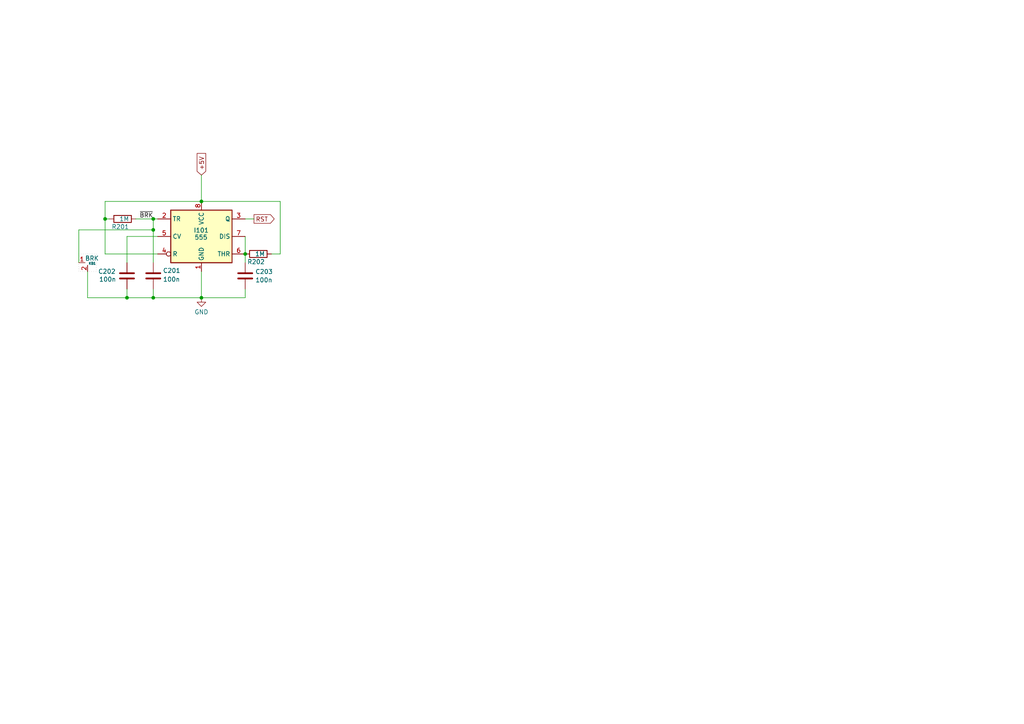
<source format=kicad_sch>
(kicad_sch
	(version 20231120)
	(generator "eeschema")
	(generator_version "8.0")
	(uuid "07e6585f-6c8d-43c3-89c7-2c8dcfc2806b")
	(paper "A4")
	(lib_symbols
		(symbol "Device:C"
			(pin_numbers hide)
			(pin_names
				(offset 0.254)
			)
			(exclude_from_sim no)
			(in_bom yes)
			(on_board yes)
			(property "Reference" "C"
				(at 0.635 2.54 0)
				(effects
					(font
						(size 1.27 1.27)
					)
					(justify left)
				)
			)
			(property "Value" "C"
				(at 0.635 -2.54 0)
				(effects
					(font
						(size 1.27 1.27)
					)
					(justify left)
				)
			)
			(property "Footprint" ""
				(at 0.9652 -3.81 0)
				(effects
					(font
						(size 1.27 1.27)
					)
					(hide yes)
				)
			)
			(property "Datasheet" "~"
				(at 0 0 0)
				(effects
					(font
						(size 1.27 1.27)
					)
					(hide yes)
				)
			)
			(property "Description" "Unpolarized capacitor"
				(at 0 0 0)
				(effects
					(font
						(size 1.27 1.27)
					)
					(hide yes)
				)
			)
			(property "ki_keywords" "cap capacitor"
				(at 0 0 0)
				(effects
					(font
						(size 1.27 1.27)
					)
					(hide yes)
				)
			)
			(property "ki_fp_filters" "C_*"
				(at 0 0 0)
				(effects
					(font
						(size 1.27 1.27)
					)
					(hide yes)
				)
			)
			(symbol "C_0_1"
				(polyline
					(pts
						(xy -2.032 -0.762) (xy 2.032 -0.762)
					)
					(stroke
						(width 0.508)
						(type default)
					)
					(fill
						(type none)
					)
				)
				(polyline
					(pts
						(xy -2.032 0.762) (xy 2.032 0.762)
					)
					(stroke
						(width 0.508)
						(type default)
					)
					(fill
						(type none)
					)
				)
			)
			(symbol "C_1_1"
				(pin passive line
					(at 0 3.81 270)
					(length 2.794)
					(name "~"
						(effects
							(font
								(size 1.27 1.27)
							)
						)
					)
					(number "1"
						(effects
							(font
								(size 1.27 1.27)
							)
						)
					)
				)
				(pin passive line
					(at 0 -3.81 90)
					(length 2.794)
					(name "~"
						(effects
							(font
								(size 1.27 1.27)
							)
						)
					)
					(number "2"
						(effects
							(font
								(size 1.27 1.27)
							)
						)
					)
				)
			)
		)
		(symbol "Device:R"
			(pin_numbers hide)
			(pin_names
				(offset 0)
			)
			(exclude_from_sim no)
			(in_bom yes)
			(on_board yes)
			(property "Reference" "R"
				(at 2.032 0 90)
				(effects
					(font
						(size 1.27 1.27)
					)
				)
			)
			(property "Value" "R"
				(at 0 0 90)
				(effects
					(font
						(size 1.27 1.27)
					)
				)
			)
			(property "Footprint" ""
				(at -1.778 0 90)
				(effects
					(font
						(size 1.27 1.27)
					)
					(hide yes)
				)
			)
			(property "Datasheet" "~"
				(at 0 0 0)
				(effects
					(font
						(size 1.27 1.27)
					)
					(hide yes)
				)
			)
			(property "Description" "Resistor"
				(at 0 0 0)
				(effects
					(font
						(size 1.27 1.27)
					)
					(hide yes)
				)
			)
			(property "ki_keywords" "R res resistor"
				(at 0 0 0)
				(effects
					(font
						(size 1.27 1.27)
					)
					(hide yes)
				)
			)
			(property "ki_fp_filters" "R_*"
				(at 0 0 0)
				(effects
					(font
						(size 1.27 1.27)
					)
					(hide yes)
				)
			)
			(symbol "R_0_1"
				(rectangle
					(start -1.016 -2.54)
					(end 1.016 2.54)
					(stroke
						(width 0.254)
						(type default)
					)
					(fill
						(type none)
					)
				)
			)
			(symbol "R_1_1"
				(pin passive line
					(at 0 3.81 270)
					(length 1.27)
					(name "~"
						(effects
							(font
								(size 1.27 1.27)
							)
						)
					)
					(number "1"
						(effects
							(font
								(size 1.27 1.27)
							)
						)
					)
				)
				(pin passive line
					(at 0 -3.81 90)
					(length 1.27)
					(name "~"
						(effects
							(font
								(size 1.27 1.27)
							)
						)
					)
					(number "2"
						(effects
							(font
								(size 1.27 1.27)
							)
						)
					)
				)
			)
		)
		(symbol "John Atom Components:Atom_Keyswitch"
			(exclude_from_sim no)
			(in_bom yes)
			(on_board yes)
			(property "Reference" "KB"
				(at -2.4 -0.2 0)
				(do_not_autoplace)
				(effects
					(font
						(size 0.67 0.67)
					)
					(justify left)
				)
			)
			(property "Value" "X"
				(at -1.27 1.27 0)
				(do_not_autoplace)
				(effects
					(font
						(size 1.27 1.27)
					)
				)
			)
			(property "Footprint" ""
				(at 0 0 0)
				(effects
					(font
						(size 1.27 1.27)
					)
					(hide yes)
				)
			)
			(property "Datasheet" ""
				(at 0 0 0)
				(effects
					(font
						(size 1.27 1.27)
					)
					(hide yes)
				)
			)
			(property "Description" ""
				(at 0 0 0)
				(effects
					(font
						(size 1.27 1.27)
					)
					(hide yes)
				)
			)
			(symbol "Atom_Keyswitch_1_1"
				(rectangle
					(start -2.54 2.54)
					(end 2.54 -2.54)
					(stroke
						(width 0)
						(type dot)
						(color 194 194 194 1)
					)
					(fill
						(type none)
					)
				)
				(pin free line
					(at 2.54 0 180)
					(length 1.8)
					(name ""
						(effects
							(font
								(size 1.27 1.27)
							)
						)
					)
					(number "1"
						(effects
							(font
								(size 1.27 1.27)
							)
						)
					)
				)
				(pin free line
					(at 0 -2.54 90)
					(length 1.8)
					(name ""
						(effects
							(font
								(size 1.27 1.27)
							)
						)
					)
					(number "2"
						(effects
							(font
								(size 1.27 1.27)
							)
						)
					)
				)
			)
		)
		(symbol "Timer:NE555P"
			(exclude_from_sim no)
			(in_bom yes)
			(on_board yes)
			(property "Reference" "U"
				(at -10.16 8.89 0)
				(effects
					(font
						(size 1.27 1.27)
					)
					(justify left)
				)
			)
			(property "Value" "NE555P"
				(at 2.54 8.89 0)
				(effects
					(font
						(size 1.27 1.27)
					)
					(justify left)
				)
			)
			(property "Footprint" "Package_DIP:DIP-8_W7.62mm"
				(at 16.51 -10.16 0)
				(effects
					(font
						(size 1.27 1.27)
					)
					(hide yes)
				)
			)
			(property "Datasheet" "http://www.ti.com/lit/ds/symlink/ne555.pdf"
				(at 21.59 -10.16 0)
				(effects
					(font
						(size 1.27 1.27)
					)
					(hide yes)
				)
			)
			(property "Description" "Precision Timers, 555 compatible,  PDIP-8"
				(at 0 0 0)
				(effects
					(font
						(size 1.27 1.27)
					)
					(hide yes)
				)
			)
			(property "ki_keywords" "single timer 555"
				(at 0 0 0)
				(effects
					(font
						(size 1.27 1.27)
					)
					(hide yes)
				)
			)
			(property "ki_fp_filters" "DIP*W7.62mm*"
				(at 0 0 0)
				(effects
					(font
						(size 1.27 1.27)
					)
					(hide yes)
				)
			)
			(symbol "NE555P_0_0"
				(pin power_in line
					(at 0 -10.16 90)
					(length 2.54)
					(name "GND"
						(effects
							(font
								(size 1.27 1.27)
							)
						)
					)
					(number "1"
						(effects
							(font
								(size 1.27 1.27)
							)
						)
					)
				)
				(pin power_in line
					(at 0 10.16 270)
					(length 2.54)
					(name "VCC"
						(effects
							(font
								(size 1.27 1.27)
							)
						)
					)
					(number "8"
						(effects
							(font
								(size 1.27 1.27)
							)
						)
					)
				)
			)
			(symbol "NE555P_0_1"
				(rectangle
					(start -8.89 -7.62)
					(end 8.89 7.62)
					(stroke
						(width 0.254)
						(type default)
					)
					(fill
						(type background)
					)
				)
				(rectangle
					(start -8.89 -7.62)
					(end 8.89 7.62)
					(stroke
						(width 0.254)
						(type default)
					)
					(fill
						(type background)
					)
				)
			)
			(symbol "NE555P_1_1"
				(pin input line
					(at -12.7 5.08 0)
					(length 3.81)
					(name "TR"
						(effects
							(font
								(size 1.27 1.27)
							)
						)
					)
					(number "2"
						(effects
							(font
								(size 1.27 1.27)
							)
						)
					)
				)
				(pin output line
					(at 12.7 5.08 180)
					(length 3.81)
					(name "Q"
						(effects
							(font
								(size 1.27 1.27)
							)
						)
					)
					(number "3"
						(effects
							(font
								(size 1.27 1.27)
							)
						)
					)
				)
				(pin input inverted
					(at -12.7 -5.08 0)
					(length 3.81)
					(name "R"
						(effects
							(font
								(size 1.27 1.27)
							)
						)
					)
					(number "4"
						(effects
							(font
								(size 1.27 1.27)
							)
						)
					)
				)
				(pin input line
					(at -12.7 0 0)
					(length 3.81)
					(name "CV"
						(effects
							(font
								(size 1.27 1.27)
							)
						)
					)
					(number "5"
						(effects
							(font
								(size 1.27 1.27)
							)
						)
					)
				)
				(pin input line
					(at 12.7 -5.08 180)
					(length 3.81)
					(name "THR"
						(effects
							(font
								(size 1.27 1.27)
							)
						)
					)
					(number "6"
						(effects
							(font
								(size 1.27 1.27)
							)
						)
					)
				)
				(pin input line
					(at 12.7 0 180)
					(length 3.81)
					(name "DIS"
						(effects
							(font
								(size 1.27 1.27)
							)
						)
					)
					(number "7"
						(effects
							(font
								(size 1.27 1.27)
							)
						)
					)
				)
			)
		)
		(symbol "power:GND"
			(power)
			(pin_numbers hide)
			(pin_names
				(offset 0) hide)
			(exclude_from_sim no)
			(in_bom yes)
			(on_board yes)
			(property "Reference" "#PWR"
				(at 0 -6.35 0)
				(effects
					(font
						(size 1.27 1.27)
					)
					(hide yes)
				)
			)
			(property "Value" "GND"
				(at 0 -3.81 0)
				(effects
					(font
						(size 1.27 1.27)
					)
				)
			)
			(property "Footprint" ""
				(at 0 0 0)
				(effects
					(font
						(size 1.27 1.27)
					)
					(hide yes)
				)
			)
			(property "Datasheet" ""
				(at 0 0 0)
				(effects
					(font
						(size 1.27 1.27)
					)
					(hide yes)
				)
			)
			(property "Description" "Power symbol creates a global label with name \"GND\" , ground"
				(at 0 0 0)
				(effects
					(font
						(size 1.27 1.27)
					)
					(hide yes)
				)
			)
			(property "ki_keywords" "global power"
				(at 0 0 0)
				(effects
					(font
						(size 1.27 1.27)
					)
					(hide yes)
				)
			)
			(symbol "GND_0_1"
				(polyline
					(pts
						(xy 0 0) (xy 0 -1.27) (xy 1.27 -1.27) (xy 0 -2.54) (xy -1.27 -1.27) (xy 0 -1.27)
					)
					(stroke
						(width 0)
						(type default)
					)
					(fill
						(type none)
					)
				)
			)
			(symbol "GND_1_1"
				(pin power_in line
					(at 0 0 270)
					(length 0)
					(name "~"
						(effects
							(font
								(size 1.27 1.27)
							)
						)
					)
					(number "1"
						(effects
							(font
								(size 1.27 1.27)
							)
						)
					)
				)
			)
		)
	)
	(junction
		(at 44.45 66.675)
		(diameter 0)
		(color 0 0 0 0)
		(uuid "06a2b101-1163-47d8-90ec-363e4434ce00")
	)
	(junction
		(at 58.42 58.42)
		(diameter 0)
		(color 0 0 0 0)
		(uuid "1b5910a6-c13a-4d1b-918c-62aa6b55dabd")
	)
	(junction
		(at 30.48 63.5)
		(diameter 0)
		(color 0 0 0 0)
		(uuid "47bd5449-95d1-451c-b6cf-216e453d82d9")
	)
	(junction
		(at 36.83 86.36)
		(diameter 0)
		(color 0 0 0 0)
		(uuid "4ee9742f-3074-4efd-b87a-7d76f58675a6")
	)
	(junction
		(at 44.45 86.36)
		(diameter 0)
		(color 0 0 0 0)
		(uuid "83a4e089-f39b-4f50-97fb-fa9bd188a29a")
	)
	(junction
		(at 58.42 86.36)
		(diameter 0)
		(color 0 0 0 0)
		(uuid "a230dbcd-7bb7-4d84-a37b-f671cfb3b6c0")
	)
	(junction
		(at 44.45 63.5)
		(diameter 0)
		(color 0 0 0 0)
		(uuid "abdb1030-314a-4393-aaa7-93dce4a4b269")
	)
	(junction
		(at 71.12 73.66)
		(diameter 0)
		(color 0 0 0 0)
		(uuid "f17d254e-cf84-4f1a-a060-892443815bb9")
	)
	(wire
		(pts
			(xy 58.42 78.74) (xy 58.42 86.36)
		)
		(stroke
			(width 0)
			(type default)
		)
		(uuid "0cffcaa8-366f-4ac1-99c6-4ec08e9a8d60")
	)
	(wire
		(pts
			(xy 30.48 73.66) (xy 30.48 63.5)
		)
		(stroke
			(width 0)
			(type default)
		)
		(uuid "117c193b-cc91-4cca-b572-a092bc6cf7f2")
	)
	(wire
		(pts
			(xy 71.12 86.36) (xy 71.12 83.82)
		)
		(stroke
			(width 0)
			(type default)
		)
		(uuid "14715ad1-b8f5-469c-ac03-f24c753b24ca")
	)
	(wire
		(pts
			(xy 44.45 63.5) (xy 45.72 63.5)
		)
		(stroke
			(width 0)
			(type default)
		)
		(uuid "3348c595-bbcb-4156-9163-99910355621d")
	)
	(wire
		(pts
			(xy 36.83 86.36) (xy 44.45 86.36)
		)
		(stroke
			(width 0)
			(type default)
		)
		(uuid "4a0a1e49-4e4f-4fc1-a14e-40f94da8a747")
	)
	(wire
		(pts
			(xy 22.86 66.675) (xy 44.45 66.675)
		)
		(stroke
			(width 0)
			(type default)
		)
		(uuid "6a623d7f-cc3d-45f4-98a9-ea9d2cb58664")
	)
	(wire
		(pts
			(xy 44.45 86.36) (xy 58.42 86.36)
		)
		(stroke
			(width 0)
			(type default)
		)
		(uuid "75fc81ab-1728-4f81-8690-1b514059956c")
	)
	(wire
		(pts
			(xy 81.28 58.42) (xy 81.28 73.66)
		)
		(stroke
			(width 0)
			(type default)
		)
		(uuid "7a7841b4-6bbd-4e81-b356-901d0ae27bba")
	)
	(wire
		(pts
			(xy 71.12 63.5) (xy 73.66 63.5)
		)
		(stroke
			(width 0)
			(type default)
		)
		(uuid "80497400-7d38-4545-a3a5-b83634163695")
	)
	(wire
		(pts
			(xy 22.86 66.675) (xy 22.86 76.2)
		)
		(stroke
			(width 0)
			(type default)
		)
		(uuid "83032cf4-ffec-4f94-9f3f-2c7601799c3f")
	)
	(wire
		(pts
			(xy 30.48 63.5) (xy 31.75 63.5)
		)
		(stroke
			(width 0)
			(type default)
		)
		(uuid "933fffe3-681b-498d-acac-8644cfba8fef")
	)
	(wire
		(pts
			(xy 44.45 86.36) (xy 44.45 83.82)
		)
		(stroke
			(width 0)
			(type default)
		)
		(uuid "97670d53-62c0-4ddb-b0d1-8e91344d4c64")
	)
	(wire
		(pts
			(xy 25.4 78.74) (xy 25.4 86.36)
		)
		(stroke
			(width 0)
			(type default)
		)
		(uuid "9c832062-a020-4a0e-99e8-a046ae2077e5")
	)
	(wire
		(pts
			(xy 39.37 63.5) (xy 44.45 63.5)
		)
		(stroke
			(width 0)
			(type default)
		)
		(uuid "a6845892-caf2-485d-adfb-ca6e2eb28ee9")
	)
	(wire
		(pts
			(xy 25.4 86.36) (xy 36.83 86.36)
		)
		(stroke
			(width 0)
			(type default)
		)
		(uuid "a961acb0-7c3b-4763-af49-7f99619cb219")
	)
	(wire
		(pts
			(xy 30.48 58.42) (xy 58.42 58.42)
		)
		(stroke
			(width 0)
			(type default)
		)
		(uuid "ac0afd0c-90ba-4696-92ba-c94f0f2f1d8f")
	)
	(wire
		(pts
			(xy 81.28 73.66) (xy 78.74 73.66)
		)
		(stroke
			(width 0)
			(type default)
		)
		(uuid "adbaee61-54c8-4d46-a9ac-a63cac256f69")
	)
	(wire
		(pts
			(xy 58.42 58.42) (xy 81.28 58.42)
		)
		(stroke
			(width 0)
			(type default)
		)
		(uuid "b1085917-1a82-4c6d-bd06-4dc34cb0a82a")
	)
	(wire
		(pts
			(xy 44.45 63.5) (xy 44.45 66.675)
		)
		(stroke
			(width 0)
			(type default)
		)
		(uuid "b8389765-c6e8-4290-9dfe-86c9bbeabdb5")
	)
	(wire
		(pts
			(xy 36.83 86.36) (xy 36.83 83.82)
		)
		(stroke
			(width 0)
			(type default)
		)
		(uuid "b94eb010-6cb1-45ce-aed0-85c66f49610a")
	)
	(wire
		(pts
			(xy 58.42 50.8) (xy 58.42 58.42)
		)
		(stroke
			(width 0)
			(type default)
		)
		(uuid "c4bfc119-6248-4a35-b041-8d7af526e91f")
	)
	(wire
		(pts
			(xy 44.45 66.675) (xy 44.45 76.2)
		)
		(stroke
			(width 0)
			(type default)
		)
		(uuid "c83f2033-9f4c-4c5f-af8b-73b4b489e7f4")
	)
	(wire
		(pts
			(xy 36.83 76.2) (xy 36.83 68.58)
		)
		(stroke
			(width 0)
			(type default)
		)
		(uuid "dd5335b7-8af9-4619-8c4b-032c4fe6987b")
	)
	(wire
		(pts
			(xy 71.12 73.66) (xy 71.12 76.2)
		)
		(stroke
			(width 0)
			(type default)
		)
		(uuid "ddf08ce9-5f17-4c1b-906e-39759460fe8d")
	)
	(wire
		(pts
			(xy 71.12 68.58) (xy 71.12 73.66)
		)
		(stroke
			(width 0)
			(type default)
		)
		(uuid "e177b556-92bb-4df5-a17b-f8f92a120f9f")
	)
	(wire
		(pts
			(xy 36.83 68.58) (xy 45.72 68.58)
		)
		(stroke
			(width 0)
			(type default)
		)
		(uuid "f0c2ee76-d511-4ced-b6ba-2070354dc1e2")
	)
	(wire
		(pts
			(xy 58.42 86.36) (xy 71.12 86.36)
		)
		(stroke
			(width 0)
			(type default)
		)
		(uuid "f18b751c-ddd0-4565-be23-1f5103f753d6")
	)
	(wire
		(pts
			(xy 30.48 63.5) (xy 30.48 58.42)
		)
		(stroke
			(width 0)
			(type default)
		)
		(uuid "fc722702-5e5f-40d2-9277-295a080f816e")
	)
	(wire
		(pts
			(xy 45.72 73.66) (xy 30.48 73.66)
		)
		(stroke
			(width 0)
			(type default)
		)
		(uuid "fd0bd6bb-af92-4d00-9c2e-20fa2380550a")
	)
	(label "~{BRK}"
		(at 44.45 63.5 180)
		(effects
			(font
				(size 1.27 1.27)
			)
			(justify right bottom)
		)
		(uuid "cdba7547-5da6-46a1-95c6-e5f877f166ba")
	)
	(global_label "+5V"
		(shape input)
		(at 58.42 50.8 90)
		(fields_autoplaced yes)
		(effects
			(font
				(size 1.27 1.27)
			)
			(justify left)
		)
		(uuid "6b4f2adc-000a-4752-ab0a-377666518731")
		(property "Intersheetrefs" "${INTERSHEET_REFS}"
			(at 58.42 42.6743 90)
			(effects
				(font
					(size 1.27 1.27)
				)
				(justify left)
				(hide yes)
			)
		)
	)
	(global_label "RST"
		(shape output)
		(at 73.66 63.5 0)
		(fields_autoplaced yes)
		(effects
			(font
				(size 1.27 1.27)
			)
			(justify left)
		)
		(uuid "f49ba21f-2d5c-4b0e-a956-be162a24bbc5")
		(property "Intersheetrefs" "${INTERSHEET_REFS}"
			(at 80.0923 63.5 0)
			(effects
				(font
					(size 1.27 1.27)
				)
				(justify left)
				(hide yes)
			)
		)
	)
	(symbol
		(lib_id "Device:R")
		(at 35.56 63.5 270)
		(unit 1)
		(exclude_from_sim no)
		(in_bom yes)
		(on_board yes)
		(dnp no)
		(uuid "29c8e5c3-79b9-40af-9636-0dad704ebc0b")
		(property "Reference" "R201"
			(at 37.465 65.786 90)
			(effects
				(font
					(size 1.27 1.27)
				)
				(justify right)
			)
		)
		(property "Value" "1M"
			(at 37.465 63.5 90)
			(effects
				(font
					(size 1.27 1.27)
				)
				(justify right)
			)
		)
		(property "Footprint" "Resistor_THT:R_Axial_DIN0204_L3.6mm_D1.6mm_P5.08mm_Horizontal"
			(at 35.56 61.722 90)
			(effects
				(font
					(size 1.27 1.27)
				)
				(hide yes)
			)
		)
		(property "Datasheet" "~"
			(at 35.56 63.5 0)
			(effects
				(font
					(size 1.27 1.27)
				)
				(hide yes)
			)
		)
		(property "Description" "Resistor"
			(at 35.56 63.5 0)
			(effects
				(font
					(size 1.27 1.27)
				)
				(hide yes)
			)
		)
		(pin "1"
			(uuid "20206077-cabf-42ca-9aa6-b4be7167801b")
		)
		(pin "2"
			(uuid "34d6e29d-8f3e-4ca2-ae95-e4c3b0a1d444")
		)
		(instances
			(project "AtomV5Board"
				(path "/061591e0-fc5a-4227-9cb7-53fd8dca3981/02e83834-662d-4d65-aef0-44e2668b7a3c"
					(reference "R201")
					(unit 1)
				)
			)
		)
	)
	(symbol
		(lib_id "Device:R")
		(at 74.93 73.66 270)
		(unit 1)
		(exclude_from_sim no)
		(in_bom yes)
		(on_board yes)
		(dnp no)
		(uuid "42e21751-dbf3-4be1-b274-343f0e8a76de")
		(property "Reference" "R202"
			(at 76.835 75.946 90)
			(effects
				(font
					(size 1.27 1.27)
				)
				(justify right)
			)
		)
		(property "Value" "1M"
			(at 76.835 73.66 90)
			(effects
				(font
					(size 1.27 1.27)
				)
				(justify right)
			)
		)
		(property "Footprint" "Resistor_THT:R_Axial_DIN0204_L3.6mm_D1.6mm_P5.08mm_Horizontal"
			(at 74.93 71.882 90)
			(effects
				(font
					(size 1.27 1.27)
				)
				(hide yes)
			)
		)
		(property "Datasheet" "~"
			(at 74.93 73.66 0)
			(effects
				(font
					(size 1.27 1.27)
				)
				(hide yes)
			)
		)
		(property "Description" "Resistor"
			(at 74.93 73.66 0)
			(effects
				(font
					(size 1.27 1.27)
				)
				(hide yes)
			)
		)
		(pin "1"
			(uuid "a8ae968c-40b2-4564-92c2-05b073e76e5b")
		)
		(pin "2"
			(uuid "a045d73f-7daa-4198-96bf-7a6f67dd3071")
		)
		(instances
			(project "AtomV5Board"
				(path "/061591e0-fc5a-4227-9cb7-53fd8dca3981/02e83834-662d-4d65-aef0-44e2668b7a3c"
					(reference "R202")
					(unit 1)
				)
			)
		)
	)
	(symbol
		(lib_id "Device:C")
		(at 44.45 80.01 0)
		(unit 1)
		(exclude_from_sim no)
		(in_bom yes)
		(on_board yes)
		(dnp no)
		(uuid "57ff2f90-ca30-4a13-be1b-ee0a5f29b966")
		(property "Reference" "C201"
			(at 47.244 78.486 0)
			(effects
				(font
					(size 1.27 1.27)
				)
				(justify left)
			)
		)
		(property "Value" "100n"
			(at 47.244 81.026 0)
			(effects
				(font
					(size 1.27 1.27)
				)
				(justify left)
			)
		)
		(property "Footprint" "Capacitor_THT:C_Disc_D3.0mm_W1.6mm_P2.50mm"
			(at 45.4152 83.82 0)
			(effects
				(font
					(size 1.27 1.27)
				)
				(hide yes)
			)
		)
		(property "Datasheet" "~"
			(at 44.45 80.01 0)
			(effects
				(font
					(size 1.27 1.27)
				)
				(hide yes)
			)
		)
		(property "Description" "Unpolarized capacitor"
			(at 44.45 80.01 0)
			(effects
				(font
					(size 1.27 1.27)
				)
				(hide yes)
			)
		)
		(pin "2"
			(uuid "8883898d-a4e6-4dfa-9011-46d672f21ed7")
		)
		(pin "1"
			(uuid "d84b2193-f473-4c57-9a08-cf401082e2c7")
		)
		(instances
			(project "AtomV5Board"
				(path "/061591e0-fc5a-4227-9cb7-53fd8dca3981/02e83834-662d-4d65-aef0-44e2668b7a3c"
					(reference "C201")
					(unit 1)
				)
			)
		)
	)
	(symbol
		(lib_id "Device:C")
		(at 36.83 80.01 0)
		(unit 1)
		(exclude_from_sim no)
		(in_bom yes)
		(on_board yes)
		(dnp no)
		(uuid "65f5952a-a681-458e-95eb-91788d436845")
		(property "Reference" "C202"
			(at 28.448 78.74 0)
			(effects
				(font
					(size 1.27 1.27)
				)
				(justify left)
			)
		)
		(property "Value" "100n"
			(at 28.702 81.026 0)
			(effects
				(font
					(size 1.27 1.27)
				)
				(justify left)
			)
		)
		(property "Footprint" "Capacitor_THT:C_Disc_D3.0mm_W1.6mm_P2.50mm"
			(at 37.7952 83.82 0)
			(effects
				(font
					(size 1.27 1.27)
				)
				(hide yes)
			)
		)
		(property "Datasheet" "~"
			(at 36.83 80.01 0)
			(effects
				(font
					(size 1.27 1.27)
				)
				(hide yes)
			)
		)
		(property "Description" "Unpolarized capacitor"
			(at 36.83 80.01 0)
			(effects
				(font
					(size 1.27 1.27)
				)
				(hide yes)
			)
		)
		(pin "2"
			(uuid "4470bb87-cdae-41b9-bf77-55feb4bd397f")
		)
		(pin "1"
			(uuid "585da9d9-e4fa-4d80-a9f1-7c935f11a744")
		)
		(instances
			(project "AtomV5Board"
				(path "/061591e0-fc5a-4227-9cb7-53fd8dca3981/02e83834-662d-4d65-aef0-44e2668b7a3c"
					(reference "C202")
					(unit 1)
				)
			)
		)
	)
	(symbol
		(lib_id "power:GND")
		(at 58.42 86.36 0)
		(unit 1)
		(exclude_from_sim no)
		(in_bom yes)
		(on_board yes)
		(dnp no)
		(fields_autoplaced yes)
		(uuid "6d90faff-c404-4a2c-84fd-5bd348263cd8")
		(property "Reference" "#PWR064"
			(at 58.42 92.71 0)
			(effects
				(font
					(size 1.27 1.27)
				)
				(hide yes)
			)
		)
		(property "Value" "GND"
			(at 58.42 90.4931 0)
			(effects
				(font
					(size 1.27 1.27)
				)
			)
		)
		(property "Footprint" ""
			(at 58.42 86.36 0)
			(effects
				(font
					(size 1.27 1.27)
				)
				(hide yes)
			)
		)
		(property "Datasheet" ""
			(at 58.42 86.36 0)
			(effects
				(font
					(size 1.27 1.27)
				)
				(hide yes)
			)
		)
		(property "Description" "Power symbol creates a global label with name \"GND\" , ground"
			(at 58.42 86.36 0)
			(effects
				(font
					(size 1.27 1.27)
				)
				(hide yes)
			)
		)
		(pin "1"
			(uuid "e483218b-81f7-49f9-b090-f8115f324ee7")
		)
		(instances
			(project "AtomV5Board"
				(path "/061591e0-fc5a-4227-9cb7-53fd8dca3981/02e83834-662d-4d65-aef0-44e2668b7a3c"
					(reference "#PWR064")
					(unit 1)
				)
			)
		)
	)
	(symbol
		(lib_id "Device:C")
		(at 71.12 80.01 0)
		(unit 1)
		(exclude_from_sim no)
		(in_bom yes)
		(on_board yes)
		(dnp no)
		(fields_autoplaced yes)
		(uuid "72dc5094-0b4f-41b4-86dc-a7528d45d7e5")
		(property "Reference" "C203"
			(at 74.041 78.7978 0)
			(effects
				(font
					(size 1.27 1.27)
				)
				(justify left)
			)
		)
		(property "Value" "100n"
			(at 74.041 81.2221 0)
			(effects
				(font
					(size 1.27 1.27)
				)
				(justify left)
			)
		)
		(property "Footprint" "Capacitor_THT:C_Disc_D3.0mm_W1.6mm_P2.50mm"
			(at 72.0852 83.82 0)
			(effects
				(font
					(size 1.27 1.27)
				)
				(hide yes)
			)
		)
		(property "Datasheet" "~"
			(at 71.12 80.01 0)
			(effects
				(font
					(size 1.27 1.27)
				)
				(hide yes)
			)
		)
		(property "Description" "Unpolarized capacitor"
			(at 71.12 80.01 0)
			(effects
				(font
					(size 1.27 1.27)
				)
				(hide yes)
			)
		)
		(pin "2"
			(uuid "24a37cbb-aa41-47b2-b297-1f29bb3ef548")
		)
		(pin "1"
			(uuid "cf953410-d549-4361-adad-136c26b320c5")
		)
		(instances
			(project "AtomV5Board"
				(path "/061591e0-fc5a-4227-9cb7-53fd8dca3981/02e83834-662d-4d65-aef0-44e2668b7a3c"
					(reference "C203")
					(unit 1)
				)
			)
		)
	)
	(symbol
		(lib_id "John Atom Components:Atom_Keyswitch")
		(at 25.4 76.2 0)
		(mirror y)
		(unit 1)
		(exclude_from_sim no)
		(in_bom yes)
		(on_board yes)
		(dnp no)
		(fields_autoplaced yes)
		(uuid "bc17a09b-0c48-4e4a-aa56-f7058a83e75e")
		(property "Reference" "KB1"
			(at 27.8 76.4 0)
			(do_not_autoplace yes)
			(effects
				(font
					(size 0.67 0.67)
				)
				(justify left)
			)
		)
		(property "Value" "BRK"
			(at 26.67 74.93 0)
			(do_not_autoplace yes)
			(effects
				(font
					(size 1.27 1.27)
				)
			)
		)
		(property "Footprint" "JW Footprints:AtomKeyswitch"
			(at 25.4 76.2 0)
			(effects
				(font
					(size 1.27 1.27)
				)
				(hide yes)
			)
		)
		(property "Datasheet" ""
			(at 25.4 76.2 0)
			(effects
				(font
					(size 1.27 1.27)
				)
				(hide yes)
			)
		)
		(property "Description" ""
			(at 25.4 76.2 0)
			(effects
				(font
					(size 1.27 1.27)
				)
				(hide yes)
			)
		)
		(pin "1"
			(uuid "5374f428-7cd4-43fb-b34f-9ece8057abdf")
		)
		(pin "2"
			(uuid "cfa96a46-1857-4216-9168-8fe0beca9e4a")
		)
		(instances
			(project "AtomV5Board"
				(path "/061591e0-fc5a-4227-9cb7-53fd8dca3981/02e83834-662d-4d65-aef0-44e2668b7a3c"
					(reference "KB1")
					(unit 1)
				)
			)
		)
	)
	(symbol
		(lib_id "Timer:NE555P")
		(at 58.42 68.58 0)
		(unit 1)
		(exclude_from_sim no)
		(in_bom yes)
		(on_board yes)
		(dnp no)
		(uuid "f2de88e3-f113-4fa1-a0ca-d8ce761a0229")
		(property "Reference" "I101"
			(at 56.134 66.802 0)
			(effects
				(font
					(size 1.27 1.27)
				)
				(justify left)
			)
		)
		(property "Value" "555"
			(at 56.388 68.834 0)
			(effects
				(font
					(size 1.27 1.27)
				)
				(justify left)
			)
		)
		(property "Footprint" "Package_DIP:DIP-8_W7.62mm"
			(at 74.93 78.74 0)
			(effects
				(font
					(size 1.27 1.27)
				)
				(hide yes)
			)
		)
		(property "Datasheet" "http://www.ti.com/lit/ds/symlink/ne555.pdf"
			(at 80.01 78.74 0)
			(effects
				(font
					(size 1.27 1.27)
				)
				(hide yes)
			)
		)
		(property "Description" "Precision Timers, 555 compatible,  PDIP-8"
			(at 58.42 68.58 0)
			(effects
				(font
					(size 1.27 1.27)
				)
				(hide yes)
			)
		)
		(property "Farnell" "https://uk.farnell.com/texas-instruments/lm555cn-nopb/ic-timer-programmable-15ma-8dip/dp/3121177"
			(at 58.42 68.58 0)
			(effects
				(font
					(size 1.27 1.27)
				)
				(hide yes)
			)
		)
		(pin "7"
			(uuid "06fb6b66-198e-48ee-9358-19f211255554")
		)
		(pin "3"
			(uuid "89c5c9e8-7598-4610-aa59-7bf82743b4d3")
		)
		(pin "1"
			(uuid "49d06050-d731-4328-8019-92c6a067112b")
		)
		(pin "6"
			(uuid "1cd4b7b8-29ad-44e9-a673-38aac8f36692")
		)
		(pin "2"
			(uuid "d2b7459a-108c-4a9e-834a-91f65b5f0687")
		)
		(pin "4"
			(uuid "32a51973-a95e-48ab-9692-65c3042dd881")
		)
		(pin "5"
			(uuid "bdac0599-c8ac-480c-8e50-10fa6f58169b")
		)
		(pin "8"
			(uuid "cde81276-65dc-4f75-aed8-1fc16b07ce9e")
		)
		(instances
			(project ""
				(path "/061591e0-fc5a-4227-9cb7-53fd8dca3981/02e83834-662d-4d65-aef0-44e2668b7a3c"
					(reference "I101")
					(unit 1)
				)
			)
		)
	)
)

</source>
